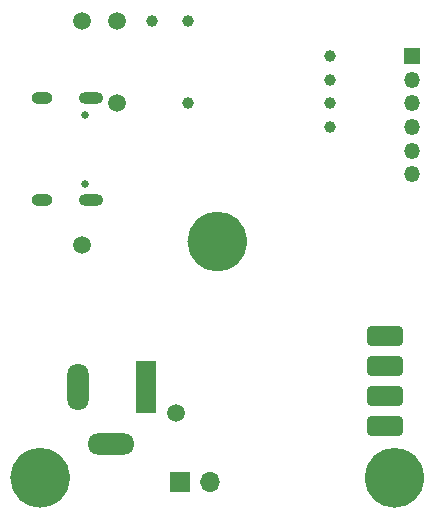
<source format=gbr>
%TF.GenerationSoftware,KiCad,Pcbnew,9.0.5-9.0.5~ubuntu24.04.1*%
%TF.CreationDate,2025-10-22T21:05:01+02:00*%
%TF.ProjectId,MCM-LIN,4d434d2d-4c49-44e2-9e6b-696361645f70,rev?*%
%TF.SameCoordinates,Original*%
%TF.FileFunction,Soldermask,Bot*%
%TF.FilePolarity,Negative*%
%FSLAX46Y46*%
G04 Gerber Fmt 4.6, Leading zero omitted, Abs format (unit mm)*
G04 Created by KiCad (PCBNEW 9.0.5-9.0.5~ubuntu24.04.1) date 2025-10-22 21:05:01*
%MOMM*%
%LPD*%
G01*
G04 APERTURE LIST*
G04 Aperture macros list*
%AMRoundRect*
0 Rectangle with rounded corners*
0 $1 Rounding radius*
0 $2 $3 $4 $5 $6 $7 $8 $9 X,Y pos of 4 corners*
0 Add a 4 corners polygon primitive as box body*
4,1,4,$2,$3,$4,$5,$6,$7,$8,$9,$2,$3,0*
0 Add four circle primitives for the rounded corners*
1,1,$1+$1,$2,$3*
1,1,$1+$1,$4,$5*
1,1,$1+$1,$6,$7*
1,1,$1+$1,$8,$9*
0 Add four rect primitives between the rounded corners*
20,1,$1+$1,$2,$3,$4,$5,0*
20,1,$1+$1,$4,$5,$6,$7,0*
20,1,$1+$1,$6,$7,$8,$9,0*
20,1,$1+$1,$8,$9,$2,$3,0*%
G04 Aperture macros list end*
%ADD10C,2.525000*%
%ADD11C,0.650000*%
%ADD12O,2.100000X1.000000*%
%ADD13O,1.800000X1.000000*%
%ADD14RoundRect,0.425000X-1.125000X0.425000X-1.125000X-0.425000X1.125000X-0.425000X1.125000X0.425000X0*%
%ADD15R,1.350000X1.350000*%
%ADD16O,1.350000X1.350000*%
%ADD17R,1.700000X1.700000*%
%ADD18O,1.700000X1.700000*%
%ADD19R,1.800000X4.400000*%
%ADD20O,1.800000X4.000000*%
%ADD21O,4.000000X1.800000*%
%ADD22C,1.000000*%
%ADD23C,1.500000*%
G04 APERTURE END LIST*
D10*
X78762500Y-68500000D02*
G75*
G02*
X76237500Y-68500000I-1262500J0D01*
G01*
X76237500Y-68500000D02*
G75*
G02*
X78762500Y-68500000I1262500J0D01*
G01*
X63762500Y-88500000D02*
G75*
G02*
X61237500Y-88500000I-1262500J0D01*
G01*
X61237500Y-88500000D02*
G75*
G02*
X63762500Y-88500000I1262500J0D01*
G01*
X93762500Y-88500000D02*
G75*
G02*
X91237500Y-88500000I-1262500J0D01*
G01*
X91237500Y-88500000D02*
G75*
G02*
X93762500Y-88500000I1262500J0D01*
G01*
D11*
%TO.C,J1*%
X66305000Y-57810000D03*
X66305000Y-63590000D03*
D12*
X66805000Y-56380000D03*
D13*
X62625000Y-56380000D03*
D12*
X66805000Y-65020000D03*
D13*
X62625000Y-65020000D03*
%TD*%
D14*
%TO.C,J4*%
X91700000Y-84115000D03*
X91700000Y-81575000D03*
X91700000Y-79035000D03*
X91700000Y-76495000D03*
%TD*%
D15*
%TO.C,J3*%
X94000000Y-52800000D03*
D16*
X94000000Y-54800000D03*
X94000000Y-56800000D03*
X94000000Y-58800000D03*
X94000000Y-60800000D03*
X94000000Y-62800000D03*
%TD*%
D17*
%TO.C,J2*%
X74325000Y-88826573D03*
D18*
X76865000Y-88826573D03*
%TD*%
D19*
%TO.C,J10*%
X71500000Y-80850000D03*
D20*
X65700000Y-80850000D03*
D21*
X68500000Y-85650000D03*
%TD*%
D22*
%TO.C,TP11*%
X72000000Y-49800000D03*
%TD*%
%TO.C,TP9*%
X75000000Y-49800000D03*
%TD*%
%TO.C,TP6*%
X87000000Y-58800000D03*
%TD*%
D23*
%TO.C,TP8*%
X66000000Y-68800000D03*
%TD*%
%TO.C,TP2*%
X69000000Y-49800000D03*
%TD*%
%TO.C,TP10*%
X74000000Y-83000000D03*
%TD*%
%TO.C,TP7*%
X69000000Y-56800000D03*
%TD*%
D22*
%TO.C,TP4*%
X87000000Y-52800000D03*
%TD*%
D23*
%TO.C,TP1*%
X66000000Y-49800000D03*
%TD*%
D22*
%TO.C,TP3*%
X87000000Y-54800000D03*
%TD*%
%TO.C,TP12*%
X75000000Y-56800000D03*
%TD*%
%TO.C,TP5*%
X87000000Y-56800000D03*
%TD*%
M02*

</source>
